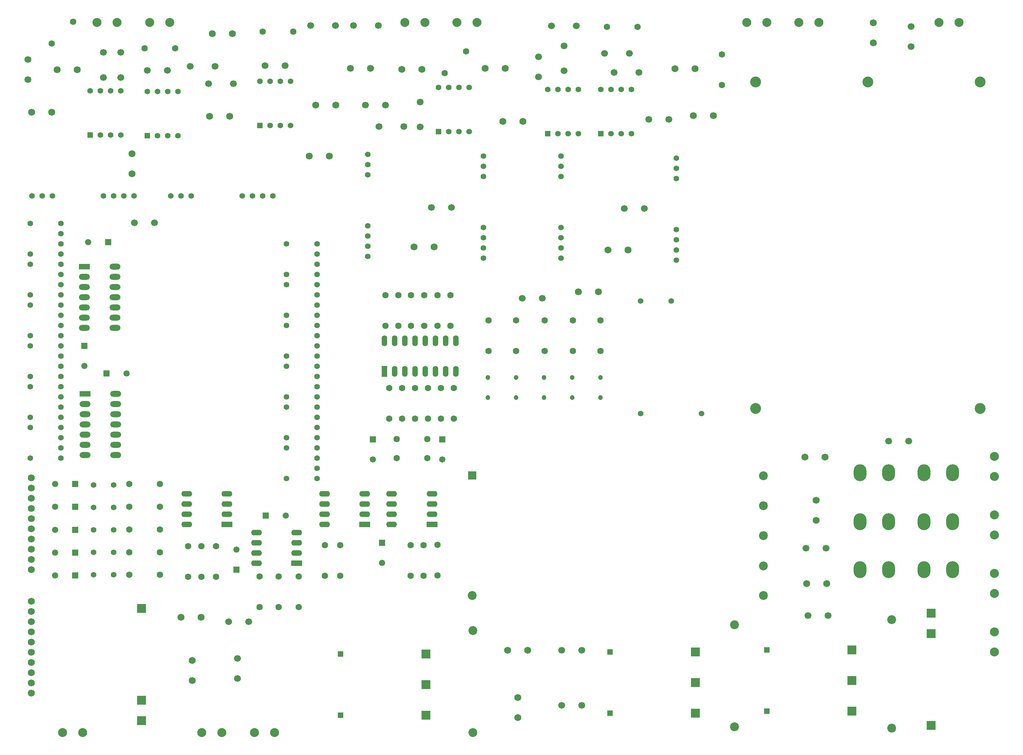
<source format=gts>
%FSAX42Y42*%
%MOMM*%
G71*
G01*
G75*
G04 Layer_Color=8388736*
%ADD10C,0.30*%
%ADD11C,1.00*%
%ADD12C,1.50*%
%ADD13O,2.50X1.20*%
%ADD14R,2.50X1.20*%
%ADD15C,1.35*%
%ADD16R,1.35X1.35*%
%ADD17C,1.52*%
%ADD18C,2.00*%
%ADD19C,2.03*%
%ADD20C,1.50*%
%ADD21C,1.40*%
%ADD22O,1.20X2.50*%
%ADD23R,1.20X2.50*%
%ADD24C,1.20*%
%ADD25R,1.20X1.22*%
%ADD26R,2.54X1.27*%
%ADD27O,2.54X1.27*%
%ADD28C,2.50*%
%ADD29C,1.00*%
%ADD30R,1.80X1.80*%
%ADD31R,1.35X1.35*%
%ADD32R,2.03X2.03*%
%ADD33R,1.27X1.27*%
%ADD34O,3.00X4.00*%
%ADD35C,4.50*%
%ADD36C,1.02*%
%ADD37C,1.73*%
G04:AMPARAMS|DCode=38|XSize=2.235mm|YSize=2.235mm|CornerRadius=0mm|HoleSize=0mm|Usage=FLASHONLY|Rotation=0.000|XOffset=0mm|YOffset=0mm|HoleType=Round|Shape=Relief|Width=0.25mm|Gap=0.25mm|Entries=4|*
%AMTHD38*
7,0,0,2.23,1.73,0.25,45*
%
%ADD38THD38*%
G04:AMPARAMS|DCode=39|XSize=2.324mm|YSize=2.324mm|CornerRadius=0mm|HoleSize=0mm|Usage=FLASHONLY|Rotation=0.000|XOffset=0mm|YOffset=0mm|HoleType=Round|Shape=Relief|Width=0.25mm|Gap=0.25mm|Entries=4|*
%AMTHD39*
7,0,0,2.32,1.82,0.25,45*
%
%ADD39THD39*%
%ADD40C,1.82*%
%ADD41C,1.78*%
G04:AMPARAMS|DCode=42|XSize=2.286mm|YSize=2.286mm|CornerRadius=0mm|HoleSize=0mm|Usage=FLASHONLY|Rotation=0.000|XOffset=0mm|YOffset=0mm|HoleType=Round|Shape=Relief|Width=0.25mm|Gap=0.25mm|Entries=4|*
%AMTHD42*
7,0,0,2.29,1.78,0.25,45*
%
%ADD42THD42*%
%ADD43C,2.17*%
G04:AMPARAMS|DCode=44|XSize=2.674mm|YSize=2.674mm|CornerRadius=0mm|HoleSize=0mm|Usage=FLASHONLY|Rotation=0.000|XOffset=0mm|YOffset=0mm|HoleType=Round|Shape=Relief|Width=0.25mm|Gap=0.25mm|Entries=4|*
%AMTHD44*
7,0,0,2.67,2.17,0.25,45*
%
%ADD44THD44*%
%ADD45C,2.02*%
G04:AMPARAMS|DCode=46|XSize=2.524mm|YSize=2.524mm|CornerRadius=0mm|HoleSize=0mm|Usage=FLASHONLY|Rotation=0.000|XOffset=0mm|YOffset=0mm|HoleType=Round|Shape=Relief|Width=0.25mm|Gap=0.25mm|Entries=4|*
%AMTHD46*
7,0,0,2.52,2.02,0.25,45*
%
%ADD46THD46*%
G04:AMPARAMS|DCode=47|XSize=2.424mm|YSize=2.424mm|CornerRadius=0mm|HoleSize=0mm|Usage=FLASHONLY|Rotation=0.000|XOffset=0mm|YOffset=0mm|HoleType=Round|Shape=Relief|Width=0.25mm|Gap=0.25mm|Entries=4|*
%AMTHD47*
7,0,0,2.42,1.92,0.25,45*
%
%ADD47THD47*%
%ADD48C,1.92*%
%ADD49C,1.87*%
G04:AMPARAMS|DCode=50|XSize=2.374mm|YSize=2.374mm|CornerRadius=0mm|HoleSize=0mm|Usage=FLASHONLY|Rotation=0.000|XOffset=0mm|YOffset=0mm|HoleType=Round|Shape=Relief|Width=0.25mm|Gap=0.25mm|Entries=4|*
%AMTHD50*
7,0,0,2.37,1.87,0.25,45*
%
%ADD50THD50*%
%ADD51C,1.73*%
G04:AMPARAMS|DCode=52|XSize=2.2352mm|YSize=2.2352mm|CornerRadius=0mm|HoleSize=0mm|Usage=FLASHONLY|Rotation=0.000|XOffset=0mm|YOffset=0mm|HoleType=Round|Shape=Relief|Width=0.25mm|Gap=0.25mm|Entries=4|*
%AMTHD52*
7,0,0,2.24,1.73,0.25,45*
%
%ADD52THD52*%
%ADD53C,2.37*%
G04:AMPARAMS|DCode=54|XSize=2.874mm|YSize=2.874mm|CornerRadius=0mm|HoleSize=0mm|Usage=FLASHONLY|Rotation=0.000|XOffset=0mm|YOffset=0mm|HoleType=Round|Shape=Relief|Width=0.25mm|Gap=0.25mm|Entries=4|*
%AMTHD54*
7,0,0,2.87,2.37,0.25,45*
%
%ADD54THD54*%
%ADD55C,1.62*%
G04:AMPARAMS|DCode=56|XSize=2.124mm|YSize=2.124mm|CornerRadius=0mm|HoleSize=0mm|Usage=FLASHONLY|Rotation=0.000|XOffset=0mm|YOffset=0mm|HoleType=Round|Shape=Relief|Width=0.25mm|Gap=0.25mm|Entries=4|*
%AMTHD56*
7,0,0,2.12,1.62,0.25,45*
%
%ADD56THD56*%
%ADD57R,2.17X2.17*%
%ADD58R,1.87X1.87*%
%ADD59C,2.77*%
%ADD60C,5.02*%
%ADD61R,2.02X2.02*%
G04:AMPARAMS|DCode=62|XSize=2.674mm|YSize=2.674mm|CornerRadius=0mm|HoleSize=0mm|Usage=FLASHONLY|Rotation=270.000|XOffset=0mm|YOffset=0mm|HoleType=Square|Shape=SquareRelief|Width=0.25mm|Gap=0.25mm|Entries=4|*
%AMTHSQ62*
5,1,4,0,0,3.78,315.0*
5,0,4,0,0,3.06,315.0*
21,0,3.78,0.25,0,0,315.0*
21,0,3.78,0.25,0,0,405.0*
%
%ADD62THSQ62*%

G04:AMPARAMS|DCode=63|XSize=2.524mm|YSize=2.524mm|CornerRadius=0mm|HoleSize=0mm|Usage=FLASHONLY|Rotation=270.000|XOffset=0mm|YOffset=0mm|HoleType=Square|Shape=SquareRelief|Width=0.25mm|Gap=0.25mm|Entries=4|*
%AMTHSQ63*
5,1,4,0,0,3.57,315.0*
5,0,4,0,0,2.85,315.0*
21,0,3.57,0.25,0,0,315.0*
21,0,3.57,0.25,0,0,405.0*
%
%ADD63THSQ63*%

G04:AMPARAMS|DCode=64|XSize=2.524mm|YSize=2.524mm|CornerRadius=0mm|HoleSize=0mm|Usage=FLASHONLY|Rotation=90.000|XOffset=0mm|YOffset=0mm|HoleType=Square|Shape=SquareRelief|Width=0.25mm|Gap=0.25mm|Entries=4|*
%AMTHSQ64*
5,1,4,0,0,3.57,135.0*
5,0,4,0,0,2.85,135.0*
21,0,3.57,0.25,0,0,135.0*
21,0,3.57,0.25,0,0,225.0*
%
%ADD64THSQ64*%

%ADD65C,0.20*%
%ADD66C,0.25*%
%ADD67C,0.50*%
%ADD68C,2.54*%
%ADD69C,1.25*%
%ADD70C,0.10*%
%ADD71C,0.13*%
%ADD72C,0.15*%
%ADD73C,0.38*%
%ADD74O,2.70X1.40*%
%ADD75R,2.70X1.40*%
%ADD76C,1.55*%
%ADD77R,1.55X1.55*%
%ADD78C,2.20*%
%ADD79C,2.24*%
%ADD80C,1.70*%
%ADD81C,1.60*%
%ADD82O,1.40X2.70*%
%ADD83R,1.40X2.70*%
%ADD84C,1.40*%
%ADD85R,1.40X1.42*%
%ADD86R,2.74X1.47*%
%ADD87O,2.74X1.47*%
%ADD88C,2.70*%
%ADD89C,1.20*%
%ADD90R,2.00X2.00*%
%ADD91R,1.55X1.55*%
%ADD92R,2.24X2.24*%
%ADD93R,1.47X1.47*%
%ADD94O,3.20X4.20*%
D51*
X019253Y016332D02*
D03*
X019753D02*
D03*
X019990Y017374D02*
D03*
X020490D02*
D03*
X015164Y017450D02*
D03*
X015664D02*
D03*
X026594Y023025D02*
D03*
Y022525D02*
D03*
X005639Y009411D02*
D03*
Y009665D02*
D03*
Y009919D02*
D03*
Y010173D02*
D03*
Y011443D02*
D03*
Y010427D02*
D03*
Y010681D02*
D03*
Y010935D02*
D03*
Y011189D02*
D03*
Y011697D02*
D03*
X008141Y019266D02*
D03*
Y019766D02*
D03*
X006147Y020803D02*
D03*
X005647D02*
D03*
X013576Y021895D02*
D03*
X014076D02*
D03*
X012713Y020980D02*
D03*
X013213D02*
D03*
X013056Y019710D02*
D03*
X012556D02*
D03*
X014859Y021869D02*
D03*
X015359D02*
D03*
X010071Y020701D02*
D03*
X010571D02*
D03*
X010643Y022758D02*
D03*
X010143D02*
D03*
X006782Y021857D02*
D03*
X006282D02*
D03*
X016929Y021895D02*
D03*
X017429D02*
D03*
X017374Y020574D02*
D03*
X017874D02*
D03*
X021654Y021882D02*
D03*
X022153D02*
D03*
X022111Y020714D02*
D03*
X022611D02*
D03*
X024892Y012217D02*
D03*
X025392D02*
D03*
X025171Y011138D02*
D03*
Y010638D02*
D03*
X024930Y009068D02*
D03*
X025430D02*
D03*
X017742Y005728D02*
D03*
Y006228D02*
D03*
X017488Y007404D02*
D03*
X017988D02*
D03*
X009360Y008230D02*
D03*
X009860D02*
D03*
X009639Y006655D02*
D03*
Y007155D02*
D03*
X005639Y006337D02*
D03*
Y006591D02*
D03*
Y006845D02*
D03*
Y007099D02*
D03*
Y008369D02*
D03*
Y007353D02*
D03*
Y007607D02*
D03*
Y007861D02*
D03*
Y008115D02*
D03*
Y008623D02*
D03*
D74*
X011243Y010338D02*
D03*
Y010084D02*
D03*
Y009830D02*
D03*
Y009576D02*
D03*
X012243Y010338D02*
D03*
Y010084D02*
D03*
Y009830D02*
D03*
X014608Y011303D02*
D03*
Y011049D02*
D03*
Y010795D02*
D03*
Y010541D02*
D03*
X015608Y011303D02*
D03*
Y011049D02*
D03*
Y010795D02*
D03*
X009503Y011303D02*
D03*
Y011049D02*
D03*
Y010795D02*
D03*
Y010541D02*
D03*
X010503Y011303D02*
D03*
Y011049D02*
D03*
Y010795D02*
D03*
X012932Y011303D02*
D03*
Y011049D02*
D03*
Y010795D02*
D03*
Y010541D02*
D03*
X013932Y011303D02*
D03*
Y011049D02*
D03*
Y010795D02*
D03*
D75*
X012243Y009576D02*
D03*
X015608Y010541D02*
D03*
X010503D02*
D03*
X013932D02*
D03*
D76*
X011972Y010757D02*
D03*
X006227Y011544D02*
D03*
Y010976D02*
D03*
Y010408D02*
D03*
Y009839D02*
D03*
Y009271D02*
D03*
X007052Y017564D02*
D03*
X014135Y012158D02*
D03*
X015862D02*
D03*
X014364Y009580D02*
D03*
X010744Y009915D02*
D03*
X008010Y014300D02*
D03*
X006960Y014482D02*
D03*
D77*
X011472Y010757D02*
D03*
X006727Y011544D02*
D03*
Y010976D02*
D03*
Y010408D02*
D03*
Y009839D02*
D03*
Y009271D02*
D03*
X007553Y017564D02*
D03*
X007510Y014300D02*
D03*
D78*
X023139Y005499D02*
D03*
Y008039D02*
D03*
X027051Y008166D02*
D03*
Y005466D02*
D03*
X016614Y008767D02*
D03*
X023854D02*
D03*
Y011747D02*
D03*
Y010257D02*
D03*
Y011007D02*
D03*
Y009507D02*
D03*
X016624Y005359D02*
D03*
Y007899D02*
D03*
D79*
X008581Y023038D02*
D03*
X009081D02*
D03*
X007272D02*
D03*
X007772D02*
D03*
X024735D02*
D03*
X025235D02*
D03*
X023440D02*
D03*
X023940D02*
D03*
X016226D02*
D03*
X016726D02*
D03*
X014931D02*
D03*
X015430D02*
D03*
X029604Y011735D02*
D03*
Y012235D02*
D03*
Y010279D02*
D03*
Y010779D02*
D03*
Y008822D02*
D03*
Y009322D02*
D03*
Y007866D02*
D03*
Y007366D02*
D03*
X011189Y005359D02*
D03*
X011689D02*
D03*
X009881D02*
D03*
X010381D02*
D03*
X006414D02*
D03*
X006914D02*
D03*
X028727Y023038D02*
D03*
X028227D02*
D03*
D80*
X020521Y022263D02*
D03*
X019901D02*
D03*
X020762Y021793D02*
D03*
X020142D02*
D03*
X018898Y022451D02*
D03*
Y021831D02*
D03*
X019200Y022949D02*
D03*
X018580D02*
D03*
X015316Y021054D02*
D03*
Y020434D02*
D03*
X014290Y020447D02*
D03*
X014910D02*
D03*
X013655Y022962D02*
D03*
X014275D02*
D03*
X013206D02*
D03*
X012586D02*
D03*
X010048Y021514D02*
D03*
X010668D02*
D03*
X009591Y021946D02*
D03*
X010211D02*
D03*
X007429Y021668D02*
D03*
Y022288D02*
D03*
X007861Y021668D02*
D03*
Y022288D02*
D03*
X020392Y018402D02*
D03*
X020891D02*
D03*
X011951Y021958D02*
D03*
X011451D02*
D03*
X009022Y021844D02*
D03*
X008522D02*
D03*
X018263Y022179D02*
D03*
Y021679D02*
D03*
X021506Y020625D02*
D03*
X021006D02*
D03*
X010770Y006701D02*
D03*
Y007201D02*
D03*
X027534Y022436D02*
D03*
Y022936D02*
D03*
X017852Y016167D02*
D03*
X018351D02*
D03*
X025468Y008268D02*
D03*
X024968D02*
D03*
X025417Y009944D02*
D03*
X024917D02*
D03*
X027475Y012611D02*
D03*
X026975D02*
D03*
X015591Y018428D02*
D03*
X016091D02*
D03*
X005550Y022115D02*
D03*
Y021615D02*
D03*
X013953Y020980D02*
D03*
X014453D02*
D03*
X019334Y006033D02*
D03*
X018834D02*
D03*
X019334Y007404D02*
D03*
X018834D02*
D03*
X008204Y018047D02*
D03*
X008704D02*
D03*
X010549Y008115D02*
D03*
X011049D02*
D03*
D81*
X019964Y022924D02*
D03*
X020726D02*
D03*
X011392Y022804D02*
D03*
X012154D02*
D03*
X015399Y010020D02*
D03*
Y009258D02*
D03*
X015075Y010020D02*
D03*
Y009258D02*
D03*
X015748Y010033D02*
D03*
Y009271D02*
D03*
X013322Y009258D02*
D03*
Y010020D02*
D03*
X012941Y009258D02*
D03*
Y010020D02*
D03*
X012294Y009246D02*
D03*
Y008484D02*
D03*
X011792D02*
D03*
Y009246D02*
D03*
X011316Y008484D02*
D03*
Y009246D02*
D03*
X010236Y009233D02*
D03*
Y009995D02*
D03*
X009874D02*
D03*
Y009233D02*
D03*
X009538Y009995D02*
D03*
Y009233D02*
D03*
X016065Y016243D02*
D03*
Y015481D02*
D03*
X015743Y016243D02*
D03*
Y015481D02*
D03*
X015420Y016243D02*
D03*
Y015481D02*
D03*
X015088Y016243D02*
D03*
Y015481D02*
D03*
X014775Y016243D02*
D03*
Y015481D02*
D03*
X014453Y016243D02*
D03*
Y015481D02*
D03*
X016154Y013932D02*
D03*
Y013170D02*
D03*
X015832Y013932D02*
D03*
Y013170D02*
D03*
X015509Y013932D02*
D03*
Y013170D02*
D03*
X015187Y013932D02*
D03*
Y013170D02*
D03*
X014864Y013932D02*
D03*
Y013170D02*
D03*
X014541Y013932D02*
D03*
Y013170D02*
D03*
X015923Y021778D02*
D03*
X016462Y022317D02*
D03*
X019799Y015621D02*
D03*
Y014859D02*
D03*
X019113Y015621D02*
D03*
Y014859D02*
D03*
X018415Y015621D02*
D03*
Y014859D02*
D03*
X022822Y021476D02*
D03*
Y022238D02*
D03*
X008458Y022390D02*
D03*
X009220D02*
D03*
X017704Y015621D02*
D03*
Y014859D02*
D03*
X017018D02*
D03*
Y015621D02*
D03*
X015494Y012192D02*
D03*
X014732D02*
D03*
X015494Y012662D02*
D03*
X014732D02*
D03*
X008077Y009284D02*
D03*
X008839D02*
D03*
Y009849D02*
D03*
X008077D02*
D03*
X008839Y010414D02*
D03*
X008077D02*
D03*
Y010979D02*
D03*
X008839D02*
D03*
X008077Y011544D02*
D03*
X008839D02*
D03*
X006144Y022514D02*
D03*
X006683Y023053D02*
D03*
D82*
X016205Y015113D02*
D03*
Y014351D02*
D03*
X014681D02*
D03*
X014935D02*
D03*
X015189D02*
D03*
X015443D02*
D03*
X015697D02*
D03*
X015951D02*
D03*
X014427Y015113D02*
D03*
X014681D02*
D03*
X014935D02*
D03*
X015189D02*
D03*
X015443D02*
D03*
X015697D02*
D03*
X015951D02*
D03*
D83*
X014427Y014351D02*
D03*
D84*
X005651Y018720D02*
D03*
X005906D02*
D03*
X006160D02*
D03*
X007429D02*
D03*
X007683D02*
D03*
X007938D02*
D03*
X008192D02*
D03*
X018821Y019710D02*
D03*
Y019456D02*
D03*
Y019202D02*
D03*
Y017932D02*
D03*
Y017678D02*
D03*
Y017424D02*
D03*
Y017170D02*
D03*
X016027Y020320D02*
D03*
X016281D02*
D03*
X016535D02*
D03*
X015773Y021420D02*
D03*
X016027D02*
D03*
X016281D02*
D03*
X016535D02*
D03*
X011582Y020472D02*
D03*
X011836D02*
D03*
X012090D02*
D03*
X011328Y021572D02*
D03*
X011582D02*
D03*
X011836D02*
D03*
X012090D02*
D03*
X009106Y018720D02*
D03*
X009360D02*
D03*
X009614D02*
D03*
X010884D02*
D03*
X011138D02*
D03*
X011392D02*
D03*
X011646D02*
D03*
X007353Y020231D02*
D03*
X007607D02*
D03*
X007861D02*
D03*
X007099Y021331D02*
D03*
X007353D02*
D03*
X007607D02*
D03*
X007861D02*
D03*
X008776Y020218D02*
D03*
X009030D02*
D03*
X009284D02*
D03*
X008522Y021318D02*
D03*
X008776D02*
D03*
X009030D02*
D03*
X009284D02*
D03*
X018745Y020269D02*
D03*
X018999D02*
D03*
X019253D02*
D03*
X018491Y021369D02*
D03*
X018745D02*
D03*
X018999D02*
D03*
X019253D02*
D03*
X020066Y020269D02*
D03*
X020320D02*
D03*
X020574D02*
D03*
X019812Y021369D02*
D03*
X020066D02*
D03*
X020320D02*
D03*
X020574D02*
D03*
X016891Y019710D02*
D03*
Y019456D02*
D03*
Y019202D02*
D03*
Y017932D02*
D03*
Y017678D02*
D03*
Y017424D02*
D03*
Y017170D02*
D03*
X020798Y013302D02*
D03*
X022321D02*
D03*
X020798Y016102D02*
D03*
X021560D02*
D03*
X021692Y019660D02*
D03*
Y019406D02*
D03*
Y019152D02*
D03*
Y017882D02*
D03*
Y017628D02*
D03*
Y017374D02*
D03*
Y017120D02*
D03*
X014008Y019749D02*
D03*
Y019495D02*
D03*
Y019240D02*
D03*
Y017971D02*
D03*
Y017716D02*
D03*
Y017462D02*
D03*
Y017209D02*
D03*
X007188Y009843D02*
D03*
X007688D02*
D03*
X007188Y010401D02*
D03*
X007688D02*
D03*
X007188Y010960D02*
D03*
X007688D02*
D03*
X007188Y011519D02*
D03*
X007688D02*
D03*
X006375Y018034D02*
D03*
Y017780D02*
D03*
Y017526D02*
D03*
Y017272D02*
D03*
X005613D02*
D03*
Y018034D02*
D03*
X006375Y017018D02*
D03*
Y016764D02*
D03*
Y016510D02*
D03*
Y016256D02*
D03*
X005613D02*
D03*
Y017018D02*
D03*
X006375Y016002D02*
D03*
Y015748D02*
D03*
Y015494D02*
D03*
Y015240D02*
D03*
X005613D02*
D03*
Y016002D02*
D03*
X006375Y014986D02*
D03*
Y014732D02*
D03*
Y014478D02*
D03*
Y014224D02*
D03*
X005613D02*
D03*
Y014986D02*
D03*
X006375Y013970D02*
D03*
Y013716D02*
D03*
Y013462D02*
D03*
Y013208D02*
D03*
X005613D02*
D03*
Y013970D02*
D03*
X006375Y012954D02*
D03*
Y012700D02*
D03*
Y012446D02*
D03*
Y012192D02*
D03*
X005613D02*
D03*
Y012954D02*
D03*
X012751Y017526D02*
D03*
Y017272D02*
D03*
Y017018D02*
D03*
Y016764D02*
D03*
X011989D02*
D03*
Y017526D02*
D03*
X012751Y015494D02*
D03*
Y015240D02*
D03*
Y014986D02*
D03*
Y014732D02*
D03*
X011989D02*
D03*
Y015494D02*
D03*
X012751Y014478D02*
D03*
Y014224D02*
D03*
Y013970D02*
D03*
Y013716D02*
D03*
X011989D02*
D03*
Y014478D02*
D03*
X012751Y016510D02*
D03*
Y016256D02*
D03*
Y016002D02*
D03*
Y015748D02*
D03*
X011989D02*
D03*
Y016510D02*
D03*
X012751Y013462D02*
D03*
Y013208D02*
D03*
Y012954D02*
D03*
Y012700D02*
D03*
X011989D02*
D03*
Y013462D02*
D03*
X012751Y012446D02*
D03*
Y012192D02*
D03*
Y011938D02*
D03*
Y011684D02*
D03*
X011989D02*
D03*
Y012446D02*
D03*
X007188Y009284D02*
D03*
X007688D02*
D03*
D85*
X015773Y020320D02*
D03*
X011328Y020472D02*
D03*
X007099Y020231D02*
D03*
X008522Y020218D02*
D03*
X018491Y020269D02*
D03*
X019812D02*
D03*
D86*
X006960Y016954D02*
D03*
X006972Y013792D02*
D03*
D87*
X006960Y016701D02*
D03*
Y016446D02*
D03*
Y016193D02*
D03*
Y015938D02*
D03*
Y015685D02*
D03*
Y015430D02*
D03*
X007722Y016954D02*
D03*
Y016701D02*
D03*
Y016446D02*
D03*
Y016193D02*
D03*
Y015938D02*
D03*
Y015685D02*
D03*
Y015430D02*
D03*
X007734Y012268D02*
D03*
Y012522D02*
D03*
Y012776D02*
D03*
Y013030D02*
D03*
Y013284D02*
D03*
Y013538D02*
D03*
Y013792D02*
D03*
X006972Y012268D02*
D03*
Y012522D02*
D03*
Y012776D02*
D03*
Y013030D02*
D03*
Y013284D02*
D03*
Y013538D02*
D03*
D88*
X023660Y013428D02*
D03*
X029248Y021558D02*
D03*
X026454D02*
D03*
X023660D02*
D03*
X029248Y013428D02*
D03*
D89*
X017000Y013700D02*
D03*
Y014200D02*
D03*
X017700Y013700D02*
D03*
Y014200D02*
D03*
X019100Y013700D02*
D03*
Y014200D02*
D03*
X019800Y013700D02*
D03*
Y014200D02*
D03*
X018400Y013700D02*
D03*
Y014200D02*
D03*
D90*
X016614Y011757D02*
D03*
D91*
X014135Y012658D02*
D03*
X015862D02*
D03*
X014364Y010080D02*
D03*
X010744Y009415D02*
D03*
X006960Y014982D02*
D03*
D92*
X015455Y005791D02*
D03*
Y006553D02*
D03*
Y007315D02*
D03*
X022161Y005842D02*
D03*
Y006604D02*
D03*
Y007366D02*
D03*
X026060Y005893D02*
D03*
Y006655D02*
D03*
Y007417D02*
D03*
X028029Y008331D02*
D03*
Y007823D02*
D03*
Y005537D02*
D03*
X008382Y005651D02*
D03*
Y006160D02*
D03*
Y008446D02*
D03*
D93*
X013335Y005791D02*
D03*
Y007315D02*
D03*
X020041Y005842D02*
D03*
Y007366D02*
D03*
X023940Y005893D02*
D03*
Y007417D02*
D03*
D94*
X028562Y009411D02*
D03*
X026973D02*
D03*
X027851D02*
D03*
X026262D02*
D03*
X028562Y010604D02*
D03*
X026973D02*
D03*
X027851D02*
D03*
X026262D02*
D03*
X028562Y011824D02*
D03*
X026973D02*
D03*
X027851D02*
D03*
X026262D02*
D03*
M02*

</source>
